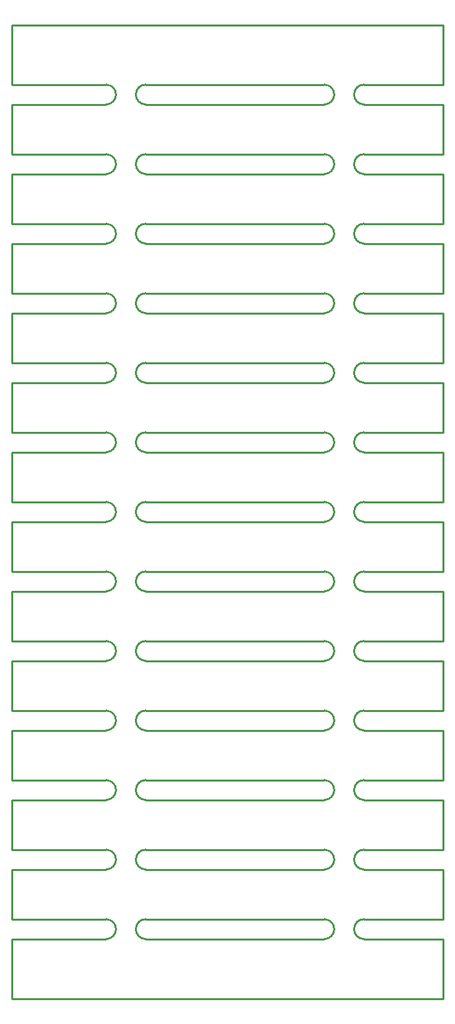
<source format=gbr>
G04 start of page 4 for group 2 idx 2 *
G04 Title: (unknown), outline *
G04 Creator: pcb 4.0.2 *
G04 CreationDate: Sun May 15 03:05:21 2022 UTC *
G04 For: railfan *
G04 Format: Gerber/RS-274X *
G04 PCB-Dimensions (mil): 3000.00 5500.00 *
G04 PCB-Coordinate-Origin: lower left *
%MOIN*%
%FSLAX25Y25*%
%LNOUTLINE*%
%ADD36C,0.0100*%
G54D36*X270000Y175000D02*X230000D01*
Y200000D02*X270000D01*
Y210000D02*X230000D01*
X270000Y200000D02*Y175000D01*
X230000Y235000D02*X270000D01*
Y210000D01*
Y270000D02*Y245000D01*
X230000D01*
X120000D02*X210000D01*
Y270000D02*X120000D01*
Y280000D02*X210000D01*
Y305000D02*X120000D01*
Y315000D02*X210000D01*
X230000Y270000D02*X270000D01*
Y280000D02*X230000D01*
Y305000D02*X270000D01*
Y315000D02*X230000D01*
X270000Y305000D02*Y280000D01*
X100000Y235000D02*X52500D01*
Y175000D02*Y200000D01*
Y210000D02*Y235000D01*
Y245000D02*X100000D01*
Y270000D02*X52500D01*
Y280000D02*X100000D01*
X52500Y245000D02*Y270000D01*
Y280000D02*Y305000D01*
X230000Y340000D02*X270000D01*
Y350000D02*X230000D01*
Y375000D02*X270000D01*
Y350000D01*
Y340000D02*Y315000D01*
Y445000D02*Y420000D01*
Y480000D02*Y455000D01*
Y520000D02*Y490000D01*
Y385000D02*X230000D01*
Y410000D02*X270000D01*
Y420000D02*X230000D01*
X270000Y410000D02*Y385000D01*
X230000Y445000D02*X270000D01*
Y455000D02*X230000D01*
Y480000D02*X270000D01*
Y490000D02*X230000D01*
X210000Y340000D02*X120000D01*
Y350000D02*X210000D01*
Y375000D02*X120000D01*
Y385000D02*X210000D01*
Y410000D02*X120000D01*
Y420000D02*X210000D01*
Y445000D02*X120000D01*
Y455000D02*X210000D01*
Y480000D02*X120000D01*
X52500Y455000D02*Y480000D01*
X120000Y490000D02*X210000D01*
X52500D02*Y520000D01*
X270000D01*
X100000Y305000D02*X52500D01*
Y315000D02*X100000D01*
Y340000D02*X52500D01*
Y350000D02*X100000D01*
X52500Y315000D02*Y340000D01*
Y350000D02*Y375000D01*
X100000D02*X52500D01*
Y385000D02*X100000D01*
X52500D02*Y410000D01*
X100000D02*X52500D01*
Y420000D02*X100000D01*
X52500D02*Y445000D01*
X100000D02*X52500D01*
Y455000D02*X100000D01*
Y480000D02*X52500D01*
X100000Y490000D02*X52500D01*
X270000Y140000D02*X230000D01*
Y165000D02*X270000D01*
Y140000D01*
X120000D02*X210000D01*
Y165000D02*X120000D01*
Y175000D02*X210000D01*
Y200000D02*X120000D01*
X210000Y235000D02*X120000D01*
X210000Y95000D02*X120000D01*
Y105000D02*X210000D01*
X100000Y95000D02*X52500D01*
Y105000D02*X100000D01*
X210000Y70000D02*X120000D01*
Y60000D02*X210000D01*
X100000D02*X52500D01*
X100000Y70000D02*X52500D01*
Y30000D02*X270000D01*
X52500Y70000D02*Y95000D01*
Y60000D02*Y30000D01*
X210000Y130000D02*X120000D01*
X100000D02*X52500D01*
Y140000D02*X100000D01*
Y165000D02*X52500D01*
Y175000D02*X100000D01*
X52500Y140000D02*Y165000D01*
X120000Y210000D02*X210000D01*
X52500D02*X100000D01*
Y200000D02*X52500D01*
Y105000D02*Y130000D01*
X230000Y95000D02*X270000D01*
Y105000D02*X230000D01*
X270000Y130000D02*Y105000D01*
X230000Y130000D02*X270000D01*
Y95000D02*Y70000D01*
X230000D02*X270000D01*
Y30000D02*Y60000D01*
X230000D01*
X215000Y275000D02*G75*G02X210000Y270000I-5000J0D01*G01*
X215000Y275000D02*G75*G03X210000Y280000I-5000J0D01*G01*
X225000Y310000D02*G75*G03X230000Y305000I5000J0D01*G01*
X225000Y310000D02*G75*G02X230000Y315000I5000J0D01*G01*
X215000Y310000D02*G75*G02X210000Y305000I-5000J0D01*G01*
X215000Y310000D02*G75*G03X210000Y315000I-5000J0D01*G01*
X225000Y275000D02*G75*G03X230000Y270000I5000J0D01*G01*
X225000Y275000D02*G75*G02X230000Y280000I5000J0D01*G01*
X225000Y345000D02*G75*G03X230000Y340000I5000J0D01*G01*
X115000Y240000D02*G75*G03X120000Y235000I5000J0D01*G01*
X115000Y240000D02*G75*G02X120000Y245000I5000J0D01*G01*
X115000Y275000D02*G75*G03X120000Y270000I5000J0D01*G01*
X115000Y275000D02*G75*G02X120000Y280000I5000J0D01*G01*
X105000Y275000D02*G75*G02X100000Y270000I-5000J0D01*G01*
X105000Y275000D02*G75*G03X100000Y280000I-5000J0D01*G01*
X105000Y310000D02*G75*G02X100000Y305000I-5000J0D01*G01*
X105000Y310000D02*G75*G03X100000Y315000I-5000J0D01*G01*
X115000Y310000D02*G75*G03X120000Y305000I5000J0D01*G01*
X115000Y310000D02*G75*G02X120000Y315000I5000J0D01*G01*
X115000Y345000D02*G75*G03X120000Y340000I5000J0D01*G01*
X225000Y345000D02*G75*G02X230000Y350000I5000J0D01*G01*
X225000Y380000D02*G75*G03X230000Y375000I5000J0D01*G01*
X225000Y380000D02*G75*G02X230000Y385000I5000J0D01*G01*
X215000Y345000D02*G75*G02X210000Y340000I-5000J0D01*G01*
X215000Y345000D02*G75*G03X210000Y350000I-5000J0D01*G01*
X215000Y380000D02*G75*G02X210000Y375000I-5000J0D01*G01*
X215000Y380000D02*G75*G03X210000Y385000I-5000J0D01*G01*
X215000Y415000D02*G75*G02X210000Y410000I-5000J0D01*G01*
X215000Y415000D02*G75*G03X210000Y420000I-5000J0D01*G01*
X225000Y415000D02*G75*G03X230000Y410000I5000J0D01*G01*
X225000Y415000D02*G75*G02X230000Y420000I5000J0D01*G01*
X225000Y450000D02*G75*G03X230000Y445000I5000J0D01*G01*
X225000Y450000D02*G75*G02X230000Y455000I5000J0D01*G01*
X215000Y450000D02*G75*G02X210000Y445000I-5000J0D01*G01*
X215000Y450000D02*G75*G03X210000Y455000I-5000J0D01*G01*
X225000Y485000D02*G75*G03X230000Y480000I5000J0D01*G01*
X225000Y485000D02*G75*G02X230000Y490000I5000J0D01*G01*
X215000Y485000D02*G75*G02X210000Y480000I-5000J0D01*G01*
X215000Y485000D02*G75*G03X210000Y490000I-5000J0D01*G01*
X115000Y345000D02*G75*G02X120000Y350000I5000J0D01*G01*
X115000Y380000D02*G75*G03X120000Y375000I5000J0D01*G01*
X115000Y380000D02*G75*G02X120000Y385000I5000J0D01*G01*
X105000Y345000D02*G75*G02X100000Y340000I-5000J0D01*G01*
X105000Y345000D02*G75*G03X100000Y350000I-5000J0D01*G01*
X105000Y380000D02*G75*G02X100000Y375000I-5000J0D01*G01*
X105000Y380000D02*G75*G03X100000Y385000I-5000J0D01*G01*
X105000Y415000D02*G75*G02X100000Y410000I-5000J0D01*G01*
X105000Y415000D02*G75*G03X100000Y420000I-5000J0D01*G01*
X115000Y415000D02*G75*G03X120000Y410000I5000J0D01*G01*
X115000Y415000D02*G75*G02X120000Y420000I5000J0D01*G01*
X115000Y450000D02*G75*G03X120000Y445000I5000J0D01*G01*
X115000Y450000D02*G75*G02X120000Y455000I5000J0D01*G01*
X105000Y450000D02*G75*G02X100000Y445000I-5000J0D01*G01*
X105000Y450000D02*G75*G03X100000Y455000I-5000J0D01*G01*
X115000Y485000D02*G75*G03X120000Y480000I5000J0D01*G01*
X115000Y485000D02*G75*G02X120000Y490000I5000J0D01*G01*
X105000Y485000D02*G75*G02X100000Y480000I-5000J0D01*G01*
X105000Y485000D02*G75*G03X100000Y490000I-5000J0D01*G01*
X225000Y100000D02*G75*G03X230000Y95000I5000J0D01*G01*
X225000Y100000D02*G75*G02X230000Y105000I5000J0D01*G01*
X215000Y100000D02*G75*G02X210000Y95000I-5000J0D01*G01*
X215000Y100000D02*G75*G03X210000Y105000I-5000J0D01*G01*
X225000Y135000D02*G75*G03X230000Y130000I5000J0D01*G01*
X225000Y135000D02*G75*G02X230000Y140000I5000J0D01*G01*
X215000Y135000D02*G75*G02X210000Y130000I-5000J0D01*G01*
X225000Y65000D02*G75*G02X230000Y70000I5000J0D01*G01*
X215000Y65000D02*G75*G03X210000Y70000I-5000J0D01*G01*
X215000Y65000D02*G75*G02X210000Y60000I-5000J0D01*G01*
X225000Y65000D02*G75*G03X230000Y60000I5000J0D01*G01*
X115000Y100000D02*G75*G03X120000Y95000I5000J0D01*G01*
X115000Y100000D02*G75*G02X120000Y105000I5000J0D01*G01*
X105000Y100000D02*G75*G02X100000Y95000I-5000J0D01*G01*
X105000Y100000D02*G75*G03X100000Y105000I-5000J0D01*G01*
X115000Y135000D02*G75*G03X120000Y130000I5000J0D01*G01*
X115000Y135000D02*G75*G02X120000Y140000I5000J0D01*G01*
X105000Y135000D02*G75*G02X100000Y130000I-5000J0D01*G01*
X105000Y135000D02*G75*G03X100000Y140000I-5000J0D01*G01*
X105000Y170000D02*G75*G02X100000Y165000I-5000J0D01*G01*
X115000Y65000D02*G75*G02X120000Y70000I5000J0D01*G01*
X115000Y65000D02*G75*G03X120000Y60000I5000J0D01*G01*
X105000Y65000D02*G75*G03X100000Y70000I-5000J0D01*G01*
X105000Y65000D02*G75*G02X100000Y60000I-5000J0D01*G01*
X215000Y135000D02*G75*G03X210000Y140000I-5000J0D01*G01*
X215000Y205000D02*G75*G02X210000Y200000I-5000J0D01*G01*
X215000Y205000D02*G75*G03X210000Y210000I-5000J0D01*G01*
X215000Y240000D02*G75*G02X210000Y235000I-5000J0D01*G01*
X215000Y240000D02*G75*G03X210000Y245000I-5000J0D01*G01*
X225000Y170000D02*G75*G03X230000Y165000I5000J0D01*G01*
X225000Y170000D02*G75*G02X230000Y175000I5000J0D01*G01*
X215000Y170000D02*G75*G02X210000Y165000I-5000J0D01*G01*
X215000Y170000D02*G75*G03X210000Y175000I-5000J0D01*G01*
X225000Y205000D02*G75*G03X230000Y200000I5000J0D01*G01*
X225000Y205000D02*G75*G02X230000Y210000I5000J0D01*G01*
X225000Y240000D02*G75*G03X230000Y235000I5000J0D01*G01*
X225000Y240000D02*G75*G02X230000Y245000I5000J0D01*G01*
X115000Y170000D02*G75*G03X120000Y165000I5000J0D01*G01*
X115000Y170000D02*G75*G02X120000Y175000I5000J0D01*G01*
X115000Y205000D02*G75*G03X120000Y200000I5000J0D01*G01*
X115000Y205000D02*G75*G02X120000Y210000I5000J0D01*G01*
X105000Y170000D02*G75*G03X100000Y175000I-5000J0D01*G01*
X105000Y205000D02*G75*G02X100000Y200000I-5000J0D01*G01*
X105000Y205000D02*G75*G03X100000Y210000I-5000J0D01*G01*
X105000Y240000D02*G75*G02X100000Y235000I-5000J0D01*G01*
X105000Y240000D02*G75*G03X100000Y245000I-5000J0D01*G01*
M02*

</source>
